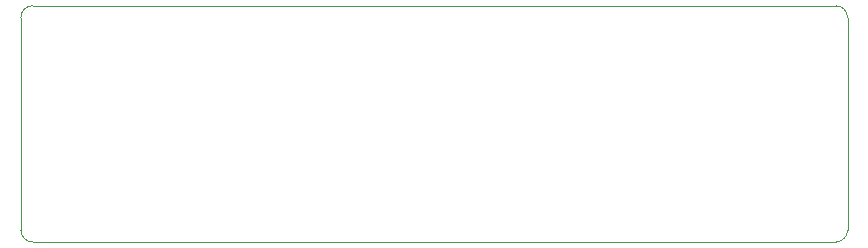
<source format=gm1>
G04 #@! TF.GenerationSoftware,KiCad,Pcbnew,(6.0.8)*
G04 #@! TF.CreationDate,2022-10-26T15:13:27+02:00*
G04 #@! TF.ProjectId,F38C_U2S,46333843-5f55-4325-932e-6b696361645f,1.0*
G04 #@! TF.SameCoordinates,Original*
G04 #@! TF.FileFunction,Profile,NP*
%FSLAX46Y46*%
G04 Gerber Fmt 4.6, Leading zero omitted, Abs format (unit mm)*
G04 Created by KiCad (PCBNEW (6.0.8)) date 2022-10-26 15:13:27*
%MOMM*%
%LPD*%
G01*
G04 APERTURE LIST*
G04 #@! TA.AperFunction,Profile*
%ADD10C,0.025400*%
G04 #@! TD*
G04 APERTURE END LIST*
D10*
X115500000Y-48500000D02*
G75*
G03*
X114500000Y-49500000I0J-1000000D01*
G01*
X114500000Y-67500000D02*
G75*
G03*
X115500000Y-68500000I1000000J0D01*
G01*
X183500000Y-68500000D02*
G75*
G03*
X184500000Y-67500000I0J1000000D01*
G01*
X184500000Y-49500000D02*
G75*
G03*
X183500000Y-48500000I-1000000J0D01*
G01*
X114500000Y-67500000D02*
X114500000Y-49500000D01*
X183500000Y-68500000D02*
X115500000Y-68500000D01*
X184500000Y-49500000D02*
X184500000Y-67500000D01*
X115500000Y-48500000D02*
X183500000Y-48500000D01*
M02*

</source>
